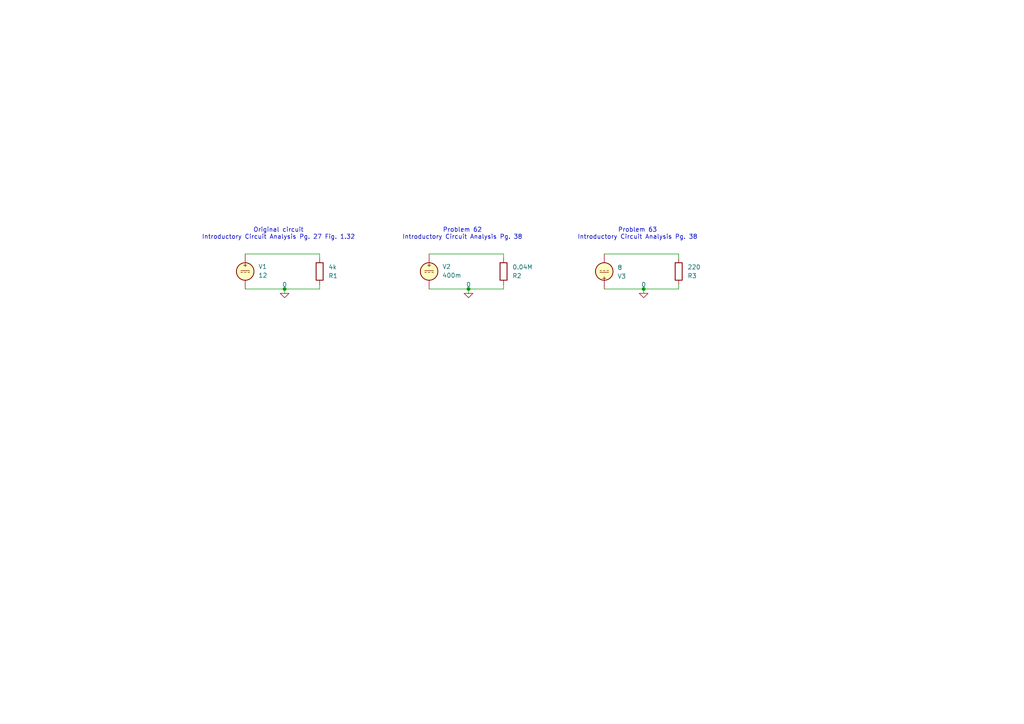
<source format=kicad_sch>
(kicad_sch (version 20250114) (generator "eeschema") (generator_version "9.0")
  (paper "A4")
  (lib_symbols
    (symbol "Device:R" (pin_numbers (hide yes)) (pin_names (offset 0))
      (property "Reference" "R" (at 2.032 0 90))
      (property "Value" "R" (at 0 0 90))
      (symbol "R_0_1"
        (rectangle (start -1.016 -2.54) (end 1.016 2.54) (stroke (width 0.254)))
      )
      (symbol "R_1_1"
        (pin passive line (at 0 3.81 270) (length 1.27) (name "~") (number "1"))
        (pin passive line (at 0 -3.81 90) (length 1.27) (name "~") (number "2"))
      )
    )
    (symbol "Simulation_SPICE:0" (power) (pin_numbers (hide yes)) (pin_names (offset 0) (hide yes))
      (property "Value" "0" (at 0 -2.54 0))
      (symbol "0_0_1"
        (polyline (pts (xy -1.27 0) (xy 0 -1.27) (xy 1.27 0) (xy -1.27 0)))
      )
      (symbol "0_1_1"
        (pin power_in line (at 0 0 0) (length 0) (name "~") (number "1"))
      )
    )
    (symbol "Simulation_SPICE:VDC" (pin_numbers (hide yes)) (pin_names (offset 0.0254))
      (property "Reference" "V" (at 2.54 2.54 0))
      (property "Value" "1" (at 2.54 0 0))
      (symbol "VDC_0_0"
        (polyline (pts (xy -1.27 0.254) (xy 1.27 0.254)))
        (polyline (pts (xy -0.762 -0.254) (xy -1.27 -0.254)))
        (polyline (pts (xy 0.254 -0.254) (xy -0.254 -0.254)))
        (polyline (pts (xy 1.27 -0.254) (xy 0.762 -0.254)))
        (text "+" (at 0 1.905 0) (effects (font (size 1.27 1.27))))
      )
      (symbol "VDC_0_1"
        (circle (center 0 0) (radius 2.54) (stroke (width 0.254)) (fill (type background)))
      )
      (symbol "VDC_1_1"
        (pin passive line (at 0 5.08 270) (length 2.54) (name "~") (number "1"))
        (pin passive line (at 0 -5.08 90) (length 2.54) (name "~") (number "2"))
      )
    )
  )
  (text "Problem 63\nIntroductory Circuit Analysis Pg. 38" (exclude_from_sim yes) (at 184.912 67.818 0) (effects (font (size 1.27 1.27))))
  (text "Original circuit\nIntroductory Circuit Analysis Pg. 27 Fig. 1.32" (exclude_from_sim yes) (at 80.772 67.818 0) (effects (font (size 1.27 1.27))))
  (text "Problem 62\nIntroductory Circuit Analysis Pg. 38" (exclude_from_sim yes) (at 134.112 67.818 0) (effects (font (size 1.27 1.27))))
  (junction (at 82.55 83.82))
  (junction (at 135.89 83.82))
  (junction (at 186.69 83.82))
  (wire (pts (xy 135.89 83.82) (xy 124.46 83.82)))
  (wire (pts (xy 146.05 73.66) (xy 146.05 74.93)))
  (wire (pts (xy 186.69 83.82) (xy 175.26 83.82)))
  (wire (pts (xy 146.05 82.55) (xy 146.05 83.82)))
  (wire (pts (xy 92.71 82.55) (xy 92.71 83.82)))
  (wire (pts (xy 175.26 73.66) (xy 196.85 73.66)))
  (wire (pts (xy 186.69 83.82) (xy 186.69 85.09)))
  (wire (pts (xy 135.89 83.82) (xy 135.89 85.09)))
  (wire (pts (xy 196.85 83.82) (xy 186.69 83.82)))
  (wire (pts (xy 146.05 83.82) (xy 135.89 83.82)))
  (wire (pts (xy 82.55 83.82) (xy 82.55 85.09)))
  (wire (pts (xy 196.85 82.55) (xy 196.85 83.82)))
  (wire (pts (xy 196.85 73.66) (xy 196.85 74.93)))
  (wire (pts (xy 92.71 73.66) (xy 92.71 74.93)))
  (wire (pts (xy 82.55 83.82) (xy 71.12 83.82)))
  (wire (pts (xy 124.46 73.66) (xy 146.05 73.66)))
  (wire (pts (xy 92.71 83.82) (xy 82.55 83.82)))
  (wire (pts (xy 71.12 73.66) (xy 92.71 73.66)))
  (symbol (lib_id "Simulation_SPICE:VDC") (at 124.46 78.74 0) (unit 1)
    (property "Reference" "V2" (at 128.27 77.3401 0) (effects (justify left)))
    (property "Value" "400m" (at 128.27 79.8801 0) (effects (justify left)))
    (property "Datasheet" "https://ngspice.sourceforge.io/docs/ngspice-html-manual/manual.xhtml#sec_Independent_Sources_for" (effects (hide yes)))
    (property "Description" "Voltage source, DC" (effects (hide yes)))
    (property "Sim.Pins" "1=+ 2=-" (effects (hide yes)))
    (property "Sim.Type" "DC" (effects (hide yes)))
    (property "Sim.Device" "V" (effects (hide yes)))
  )
  (symbol (lib_id "Simulation_SPICE:VDC") (at 175.26 78.74 0) (mirror x) (unit 1)
    (property "Reference" "V3" (at 179.07 80.1399 0) (effects (justify left)))
    (property "Value" "8" (at 179.07 77.5999 0) (effects (justify left)))
    (property "Datasheet" "https://ngspice.sourceforge.io/docs/ngspice-html-manual/manual.xhtml#sec_Independent_Sources_for" (effects (hide yes)))
    (property "Description" "Voltage source, DC" (effects (hide yes)))
    (property "Sim.Pins" "1=+ 2=-" (effects (hide yes)))
    (property "Sim.Type" "DC" (effects (hide yes)))
    (property "Sim.Device" "V" (effects (hide yes)))
  )
  (symbol (lib_id "Simulation_SPICE:VDC") (at 71.12 78.74 0) (unit 1)
    (property "Reference" "V1" (at 74.93 77.3401 0) (effects (justify left)))
    (property "Value" "12" (at 74.93 79.8801 0) (effects (justify left)))
    (property "Datasheet" "https://ngspice.sourceforge.io/docs/ngspice-html-manual/manual.xhtml#sec_Independent_Sources_for" (effects (hide yes)))
    (property "Description" "Voltage source, DC" (effects (hide yes)))
    (property "Sim.Pins" "1=+ 2=-" (effects (hide yes)))
    (property "Sim.Type" "DC" (effects (hide yes)))
    (property "Sim.Device" "V" (effects (hide yes)))
  )
  (symbol (lib_id "Simulation_SPICE:0") (at 135.89 85.09 0) (unit 1)
    (property "Reference" "#GND02" (effects (hide yes)))
    (property "Value" "0" (at 135.89 82.55 0))
    (property "Datasheet" "https://ngspice.sourceforge.io/docs/ngspice-html-manual/manual.xhtml#subsec_Circuit_elements__device" (effects (hide yes)))
    (property "Description" "0V reference potential for simulation" (effects (hide yes)))
  )
  (symbol (lib_id "Device:R") (at 146.05 78.74 0) (mirror x) (unit 1)
    (property "Reference" "R2" (at 148.59 80.0101 0) (effects (justify left)))
    (property "Value" "0.04M" (at 148.59 77.4701 0) (effects (justify left)))
    (property "Description" "Resistor" (effects (hide yes)))
  )
  (symbol (lib_id "Device:R") (at 92.71 78.74 0) (mirror x) (unit 1)
    (property "Reference" "R1" (at 95.25 80.0101 0) (effects (justify left)))
    (property "Value" "4k" (at 95.25 77.4701 0) (effects (justify left)))
    (property "Description" "Resistor" (effects (hide yes)))
  )
  (symbol (lib_id "Simulation_SPICE:0") (at 186.69 85.09 0) (unit 1)
    (property "Reference" "#GND03" (effects (hide yes)))
    (property "Value" "0" (at 186.69 82.55 0))
    (property "Datasheet" "https://ngspice.sourceforge.io/docs/ngspice-html-manual/manual.xhtml#subsec_Circuit_elements__device" (effects (hide yes)))
    (property "Description" "0V reference potential for simulation" (effects (hide yes)))
  )
  (symbol (lib_id "Device:R") (at 196.85 78.74 0) (mirror x) (unit 1)
    (property "Reference" "R3" (at 199.39 80.0101 0) (effects (justify left)))
    (property "Value" "220" (at 199.39 77.4701 0) (effects (justify left)))
    (property "Description" "Resistor" (effects (hide yes)))
  )
  (symbol (lib_id "Simulation_SPICE:0") (at 82.55 85.09 0) (unit 1)
    (property "Reference" "#GND01" (effects (hide yes)))
    (property "Value" "0" (at 82.55 82.55 0))
    (property "Datasheet" "https://ngspice.sourceforge.io/docs/ngspice-html-manual/manual.xhtml#subsec_Circuit_elements__device" (effects (hide yes)))
    (property "Description" "0V reference potential for simulation" (effects (hide yes)))
  )
)
</source>
